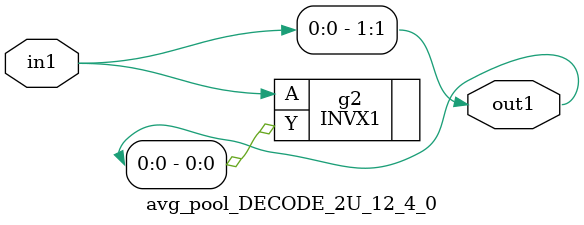
<source format=v>
`timescale 1ps / 1ps


module avg_pool_DECODE_2U_12_4_0(in1, out1);
  input in1;
  output [1:0] out1;
  wire in1;
  wire [1:0] out1;
  assign out1[1] = in1;
  INVX1 g2(.A (in1), .Y (out1[0]));
endmodule



</source>
